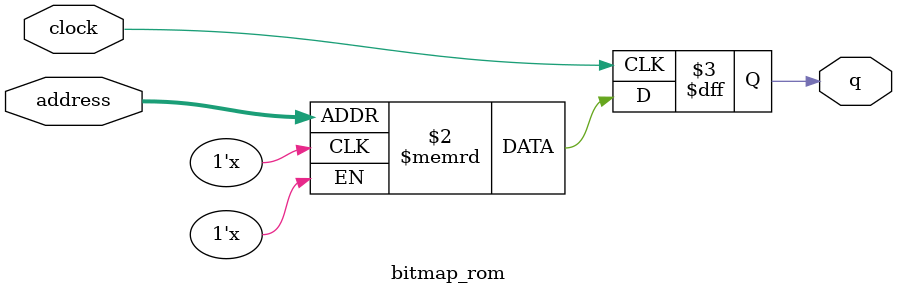
<source format=sv>
module bitmap_rom (
	input logic clock,
	input logic [16:0] address,
	output logic q
);

logic memory [0:76799] /* synthesis ram_init_file = "./bitmap/bitmap.mif" */;

always_ff @ (posedge clock) begin
	q <= memory[address];
end

endmodule






</source>
